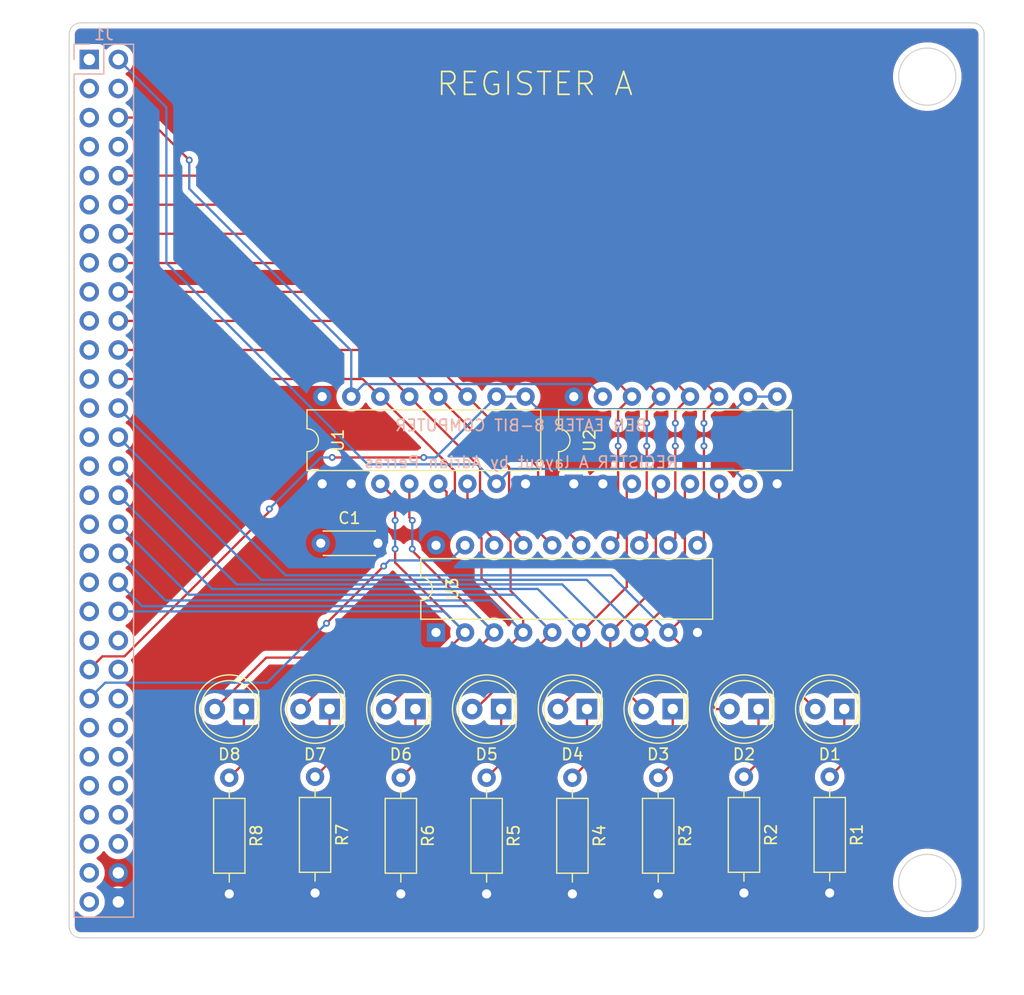
<source format=kicad_pcb>
(kicad_pcb (version 20240108) (generator "pcbnew") (generator_version "8.0")
  (layers (0 "F.Cu" signal) (31 "B.Cu" signal) (34 "B.Paste" user) (35 "F.Paste" user) (36 "B.SilkS" user "B.Silkscreen") (37 "F.SilkS" user "F.Silkscreen") (38 "B.Mask" user) (39 "F.Mask" user) (44 "Edge.Cuts" user))
  (net 0 "")
  (net 1 "GND")
  (net 2 "VCC")
  (net 3 "A_0")
  (net 4 "Net-(D1-K)")
  (net 5 "A_1")
  (net 6 "Net-(D2-K)")
  (net 7 "Net-(D3-K)")
  (net 8 "A_2")
  (net 9 "Net-(D4-K)")
  (net 10 "A_3")
  (net 11 "A_4")
  (net 12 "Net-(D5-K)")
  (net 13 "Net-(D6-K)")
  (net 14 "A_5")
  (net 15 "Net-(D7-K)")
  (net 16 "A_6")
  (net 17 "A_7")
  (net 18 "Net-(D8-K)")
  (net 20 "CLK")
  (net 23 "BUS_7")
  (net 25 "BUS_2")
  (net 29 "BUS_4")
  (net 36 "BUS_1")
  (net 41 "BUS_5")
  (net 43 "CLR")
  (net 44 "BUS_6")
  (net 48 "BUS_3")
  (net 50 "AO'")
  (net 58 "BUS_0")
  (net 59 "AI'")
  (footprint "Resistor_THT:R_Axial_DIN0207_L6.3mm_D2.5mm_P10.16mm_Horizontal" (layer "F.Cu") (at 128.5 132.5 -90)
    (property "Reference" "R3" (at 5.08 -2.37 90) (layer "F.SilkS"))
    (property "Value" "R_220")
    (fp_line (start 1.81 1.37) (end 8.35 1.37) (stroke (width 0.12)) (layer "F.SilkS"))
    (fp_line (start 8.35 1.37) (end 8.35 -1.37) (stroke (width 0.12)) (layer "F.SilkS"))
    (fp_line (start 1.04 0) (end 1.81 0) (stroke (width 0.12)) (layer "F.SilkS"))
    (fp_line (start 9.12 0) (end 8.35 0) (stroke (width 0.12)) (layer "F.SilkS"))
    (fp_line (start 1.81 -1.37) (end 1.81 1.37) (stroke (width 0.12)) (layer "F.SilkS"))
    (fp_line (start 8.35 -1.37) (end 1.81 -1.37) (stroke (width 0.12)) (layer "F.SilkS"))
    (pad "1" thru_hole circle (at 0 0 270) (size 1.6 1.6) (drill 0.8) (layers "*.Cu" "*.Mask") (net 7 "Net-(D3-K)"))
    (pad "2" thru_hole oval (at 10.16 0 270) (size 1.6 1.6) (drill 0.8) (layers "*.Cu" "*.Mask") (net 1 "GND"))
  )
  (footprint "8_Bit_CPU_Bus_Header:8_Bit_CPU_Bus_PinSocket_Bottom_Side" (layer "F.Cu") (at 80.03 69.7)
    (property "Reference" "J1" (at 0 -2.2 0) (layer "B.SilkS") (effects (justify mirror)))
    (property "Value" "Conn_02x30_8-Bit_CPU")
    (fp_line (start -2.6 -1.33) (end -1.27 -1.33) (stroke (width 0.12)) (layer "B.SilkS"))
    (fp_line (start -2.6 0) (end -2.6 -1.33) (stroke (width 0.12)) (layer "B.SilkS"))
    (fp_line (start -2.6 1.27) (end 0 1.27) (stroke (width 0.12)) (layer "B.SilkS"))
    (fp_line (start -2.6 74.99) (end -2.6 1.27) (stroke (width 0.12)) (layer "B.SilkS"))
    (fp_line (start -2.6 74.99) (end 2.6 74.99) (stroke (width 0.12)) (layer "B.SilkS"))
    (fp_line (start 0 -1.33) (end 2.6 -1.33) (stroke (width 0.12)) (layer "B.SilkS"))
    (fp_line (start 0 1.27) (end 0 -1.33) (stroke (width 0.12)) (layer "B.SilkS"))
    (fp_line (start 2.6 74.99) (end 2.6 -1.33) (stroke (width 0.12)) (layer "B.SilkS"))
    (fp_line (start -3.03 75.8) (end -3.03 -2.2) (stroke (width 0.1)) (layer "Edge.Cuts"))
    (fp_line (start -2.03 -3.2) (end 75.97 -3.2) (stroke (width 0.1)) (layer "Edge.Cuts"))
    (fp_line (start 75.97 76.8) (end -2.03 76.8) (stroke (width 0.1)) (layer "Edge.Cuts"))
    (fp_line (start 76.97 -2.2) (end 76.97 75.8) (stroke (width 0.1)) (layer "Edge.Cuts"))
    (fp_arc (start -3.03 -2.2) (mid -2.737107 -2.907107) (end -2.03 -3.2) (stroke (width 0.1)) (layer "Edge.Cuts"))
    (fp_arc (start -2.03 76.8) (mid -2.737107 76.507107) (end -3.03 75.8) (stroke (width 0.1)) (layer "Edge.Cuts"))
    (fp_arc (start 75.97 -3.2) (mid 76.677107 -2.907107) (end 76.97 -2.2) (stroke (width 0.1)) (layer "Edge.Cuts"))
    (fp_arc (start 76.97 75.8) (mid 76.677107 76.507107) (end 75.97 76.8) (stroke (width 0.1)) (layer "Edge.Cuts"))
    (fp_circle (center 72 1.5) (end 74.5 1.5) (stroke (width 0.1)) (fill none) (layer "Edge.Cuts"))
    (fp_circle (center 72 72) (end 74.5 72) (stroke (width 0.1)) (fill none) (layer "Edge.Cuts"))
    (pad "1" thru_hole rect (at -1.27 0) (size 1.7 1.7) (drill 1) (layers "*.Cu" "*.Mask"))
    (pad "2" thru_hole oval (at 1.27 0) (size 1.7 1.7) (drill 1) (layers "*.Cu" "*.Mask") (net 20 "CLK"))
    (pad "3" thru_hole oval (at -1.27 2.54) (size 1.7 1.7) (drill 1) (layers "*.Cu" "*.Mask"))
    (pad "4" thru_hole oval (at 1.27 2.54) (size 1.7 1.7) (drill 1) (layers "*.Cu" "*.Mask"))
    (pad "5" thru_hole oval (at -1.27 5.08) (size 1.7 1.7) (drill 1) (layers "*.Cu" "*.Mask"))
    (pad "6" thru_hole oval (at 1.27 5.08) (size 1.7 1.7) (drill 1) (layers "*.Cu" "*.Mask") (net 43 "CLR"))
    (pad "7" thru_hole oval (at -1.27 7.62) (size 1.7 1.7) (drill 1) (layers "*.Cu" "*.Mask"))
    (pad "8" thru_hole oval (at 1.27 7.62) (size 1.7 1.7) (drill 1) (layers "*.Cu" "*.Mask"))
    (pad "9" thru_hole oval (at -1.27 10.16) (size 1.7 1.7) (drill 1) (layers "*.Cu" "*.Mask"))
    (pad "10" thru_hole oval (at 1.27 10.16) (size 1.7 1.7) (drill 1) (layers "*.Cu" "*.Mask") (net 58 "BUS_0"))
    (pad "11" thru_hole oval (at -1.27 12.7) (size 1.7 1.7) (drill 1) (layers "*.Cu" "*.Mask"))
    (pad "12" thru_hole oval (at 1.27 12.7) (size 1.7 1.7) (drill 1) (layers "*.Cu" "*.Mask") (net 36 "BUS_1"))
    (pad "13" thru_hole oval (at -1.27 15.24) (size 1.7 1.7) (drill 1) (layers "*.Cu" "*.Mask"))
    (pad "14" thru_hole oval (at 1.27 15.24) (size 1.7 1.7) (drill 1) (layers "*.Cu" "*.Mask") (net 25 "BUS_2"))
    (pad "15" thru_hole oval (at -1.27 17.78) (size 1.7 1.7) (drill 1) (layers "*.Cu" "*.Mask"))
    (pad "16" thru_hole oval (at 1.27 17.78) (size 1.7 1.7) (drill 1) (layers "*.Cu" "*.Mask") (net 48 "BUS_3"))
    (pad "17" thru_hole oval (at -1.27 20.32) (size 1.7 1.7) (drill 1) (layers "*.Cu" "*.Mask"))
    (pad "18" thru_hole oval (at 1.27 20.32) (size 1.7 1.7) (drill 1) (layers "*.Cu" "*.Mask") (net 29 "BUS_4"))
    (pad "19" thru_hole oval (at -1.27 22.86) (size 1.7 1.7) (drill 1) (layers "*.Cu" "*.Mask"))
    (pad "20" thru_hole oval (at 1.27 22.86) (size 1.7 1.7) (drill 1) (layers "*.Cu" "*.Mask") (net 41 "BUS_5"))
    (pad "21" thru_hole oval (at -1.27 25.4) (size 1.7 1.7) (drill 1) (layers "*.Cu" "*.Mask"))
    (pad "22" thru_hole oval (at 1.27 25.4) (size 1.7 1.7) (drill 1) (layers "*.Cu" "*.Mask") (net 44 "BUS_6"))
    (pad "23" thru_hole oval (at -1.27 27.94) (size 1.7 1.7) (drill 1) (layers "*.Cu" "*.Mask"))
    (pad "24" thru_hole oval (at 1.27 27.94) (size 1.7 1.7) (drill 1) (layers "*.Cu" "*.Mask") (net 23 "BUS_7"))
    (pad "25" thru_hole oval (at -1.27 30.48) (size 1.7 1.7) (drill 1) (layers "*.Cu" "*.Mask"))
    (pad "26" thru_hole oval (at 1.27 30.48) (size 1.7 1.7) (drill 1) (layers "*.Cu" "*.Mask") (net 3 "A_0"))
    (pad "27" thru_hole oval (at -1.27 33.02) (size 1.7 1.7) (drill 1) (layers "*.Cu" "*.Mask"))
    (pad "28" thru_hole oval (at 1.27 33.02) (size 1.7 1.7) (drill 1) (layers "*.Cu" "*.Mask") (net 5 "A_1"))
    (pad "29" thru_hole oval (at -1.27 35.56) (size 1.7 1.7) (drill 1) (layers "*.Cu" "*.Mask"))
    (pad "30" thru_hole oval (at 1.27 35.56) (size 1.7 1.7) (drill 1) (layers "*.Cu" "*.Mask") (net 8 "A_2"))
    (pad "31" thru_hole oval (at -1.27 38.1) (size 1.7 1.7) (drill 1) (layers "*.Cu" "*.Mask"))
    (pad "32" thru_hole oval (at 1.27 38.1) (size 1.7 1.7) (drill 1) (layers "*.Cu" "*.Mask") (net 10 "A_3"))
    (pad "33" thru_hole oval (at -1.27 40.64) (size 1.7 1.7) (drill 1) (layers "*.Cu" "*.Mask"))
    (pad "34" thru_hole oval (at 1.27 40.64) (size 1.7 1.7) (drill 1) (layers "*.Cu" "*.Mask") (net 11 "A_4"))
    (pad "35" thru_hole oval (at -1.27 43.18) (size 1.7 1.7) (drill 1) (layers "*.Cu" "*.Mask"))
    (pad "36" thru_hole oval (at 1.27 43.18) (size 1.7 1.7) (drill 1) (layers "*.Cu" "*.Mask") (net 14 "A_5"))
    (pad "37" thru_hole oval (at -1.27 45.72) (size 1.7 1.7) (drill 1) (layers "*.Cu" "*.Mask"))
    (pad "38" thru_hole oval (at 1.27 45.72) (size 1.7 1.7) (drill 1) (layers "*.Cu" "*.Mask") (net 16 "A_6"))
    (pad "39" thru_hole oval (at -1.27 48.26) (size 1.7 1.7) (drill 1) (layers "*.Cu" "*.Mask"))
    (pad "40" thru_hole oval (at 1.27 48.26) (size 1.7 1.7) (drill 1) (layers "*.Cu" "*.Mask") (net 17 "A_7"))
    (pad "41" thru_hole oval (at -1.27 50.8) (size 1.7 1.7) (drill 1) (layers "*.Cu" "*.Mask"))
    (pad "42" thru_hole oval (at 1.27 50.8) (size 1.7 1.7) (drill 1) (layers "*.Cu" "*.Mask"))
    (pad "43" thru_hole oval (at -1.27 53.34) (size 1.7 1.7) (drill 1) (layers "*.Cu" "*.Mask") (net 59 "AI'"))
    (pad "44" thru_hole oval (at 1.27 53.34) (size 1.7 1.7) (drill 1) (layers "*.Cu" "*.Mask"))
    (pad "45" thru_hole oval (at -1.27 55.88) (size 1.7 1.7) (drill 1) (layers "*.Cu" "*.Mask") (net 50 "AO'"))
    (pad "46" thru_hole oval (at 1.27 55.88) (size 1.7 1.7) (drill 1) (layers "*.Cu" "*.Mask"))
    (pad "47" thru_hole oval (at -1.27 58.42) (size 1.7 1.7) (drill 1) (layers "*.Cu" "*.Mask"))
    (pad "48" thru_hole oval (at 1.27 58.42) (size 1.7 1.7) (drill 1) (layers "*.Cu" "*.Mask"))
    (pad "49" thru_hole oval (at -1.27 60.96) (size 1.7 1.7) (drill 1) (layers "*.Cu" "*.Mask"))
    (pad "50" thru_hole oval (at 1.27 60.96) (size 1.7 1.7) (drill 1) (layers "*.Cu" "*.Mask"))
    (pad "51" thru_hole oval (at -1.27 63.5) (size 1.7 1.7) (drill 1) (layers "*.Cu" "*.Mask"))
    (pad "52" thru_hole oval (at 1.27 63.5) (size 1.7 1.7) (drill 1) (layers "*.Cu" "*.Mask"))
    (pad "53" thru_hole oval (at -1.27 66.04) (size 1.7 1.7) (drill 1) (layers "*.Cu" "*.Mask"))
    (pad "54" thru_hole oval (at 1.27 66.04) (size 1.7 1.7) (drill 1) (layers "*.Cu" "*.Mask"))
    (pad "55" thru_hole oval (at -1.27 68.58) (size 1.7 1.7) (drill 1) (layers "*.Cu" "*.Mask"))
    (pad "56" thru_hole oval (at 1.27 68.58) (size 1.7 1.7) (drill 1) (layers "*.Cu" "*.Mask"))
    (pad "57" thru_hole oval (at -1.27 71.12) (size 1.7 1.7) (drill 1) (layers "*.Cu" "*.Mask"))
    (pad "58" thru_hole oval (at 1.27 71.12) (size 1.7 1.7) (drill 1) (layers "*.Cu" "*.Mask") (net 2 "VCC"))
    (pad "59" thru_hole oval (at -1.27 73.66) (size 1.7 1.7) (drill 1) (layers "*.Cu" "*.Mask"))
    (pad "60" thru_hole oval (at 1.27 73.66) (size 1.7 1.7) (drill 1) (layers "*.Cu" "*.Mask") (net 1 "GND"))
  )
  (footprint "LED_THT:LED_D5.0mm" (layer "F.Cu") (at 144.775 126.5 180)
    (property "Reference" "D1" (at 1.27 -3.96 360) (layer "F.SilkS"))
    (property "Value" "LED_RED")
    (fp_line (start -1.29 -1.545) (end -1.29 1.545) (stroke (width 0.12)) (layer "F.SilkS"))
    (fp_arc (start 4.26 -0.000462) (mid 2.072002 2.880433) (end -1.29 1.54483) (stroke (width 0.12)) (layer "F.SilkS"))
    (fp_arc (start -1.29 -1.54483) (mid 2.072002 -2.880433) (end 4.26 0.000462) (stroke (width 0.12)) (layer "F.SilkS"))
    (fp_circle (center 1.27 0) (end 3.77 0) (stroke (width 0.12)) (fill none) (layer "F.SilkS"))
    (pad "1" thru_hole rect (at 0 0 180) (size 1.8 1.8) (drill 0.9) (layers "*.Cu" "*.Mask") (net 4 "Net-(D1-K)"))
    (pad "2" thru_hole circle (at 2.54 0 180) (size 1.8 1.8) (drill 0.9) (layers "*.Cu" "*.Mask") (net 3 "A_0"))
  )
  (footprint "Capacitor_THT:C_Disc_D4.3mm_W1.9mm_P5.00mm" (layer "F.Cu") (at 99 112)
    (property "Reference" "C1" (at 2.5 -2.2 360) (layer "F.SilkS"))
    (property "Value" "C_0.1uF")
    (fp_line (start 0.23 -1.07) (end 0.23 -1.055) (stroke (width 0.12)) (layer "F.SilkS"))
    (fp_line (start 0.23 -1.07) (end 4.77 -1.07) (stroke (width 0.12)) (layer "F.SilkS"))
    (fp_line (start 0.23 1.055) (end 0.23 1.07) (stroke (width 0.12)) (layer "F.SilkS"))
    (fp_line (start 0.23 1.07) (end 4.77 1.07) (stroke (width 0.12)) (layer "F.SilkS"))
    (fp_line (start 4.77 -1.07) (end 4.77 -1.055) (stroke (width 0.12)) (layer "F.SilkS"))
    (fp_line (start 4.77 1.055) (end 4.77 1.07) (stroke (width 0.12)) (layer "F.SilkS"))
    (pad "1" thru_hole circle (at 0 0) (size 1.6 1.6) (drill 0.8) (layers "*.Cu" "*.Mask") (net 2 "VCC"))
    (pad "2" thru_hole circle (at 5 0) (size 1.6 1.6) (drill 0.8) (layers "*.Cu" "*.Mask") (net 1 "GND"))
  )
  (footprint "Package_DIP:DIP-16_W7.62mm" (layer "F.Cu") (at 121.125 106.8 90)
    (property "Reference" "U2" (at 3.8 1.375 90) (layer "F.SilkS"))
    (property "Value" "74LS173")
    (fp_line (start 6.46 -1.33) (end 4.81 -1.33) (stroke (width 0.12)) (layer "F.SilkS"))
    (fp_line (start 2.81 -1.33) (end 1.16 -1.33) (stroke (width 0.12)) (layer "F.SilkS"))
    (fp_line (start 1.16 -1.33) (end 1.16 19.11) (stroke (width 0.12)) (layer "F.SilkS"))
    (fp_line (start 6.46 19.11) (end 6.46 -1.33) (stroke (width 0.12)) (layer "F.SilkS"))
    (fp_line (start 1.16 19.11) (end 6.46 19.11) (stroke (width 0.12)) (layer "F.SilkS"))
    (fp_arc (start 4.81 -1.33) (mid 3.81 -0.33) (end 2.81 -1.33) (stroke (width 0.12)) (layer "F.SilkS"))
    (pad "1" thru_hole rect (at 0 0 90) (size 1.6 1.6) (drill 0.8) (layers "*.Cu" "*.Mask") (net 1 "GND"))
    (pad "2" thru_hole oval (at 0 2.54 90) (size 1.6 1.6) (drill 0.8) (layers "*.Cu" "*.Mask") (net 1 "GND"))
    (pad "3" thru_hole oval (at 0 5.08 90) (size 1.6 1.6) (drill 0.8) (layers "*.Cu" "*.Mask") (net 10 "A_3"))
    (pad "4" thru_hole oval (at 0 7.62 90) (size 1.6 1.6) (drill 0.8) (layers "*.Cu" "*.Mask") (net 8 "A_2"))
    (pad "5" thru_hole oval (at 0 10.16 90) (size 1.6 1.6) (drill 0.8) (layers "*.Cu" "*.Mask") (net 5 "A_1"))
    (pad "6" thru_hole oval (at 0 12.7 90) (size 1.6 1.6) (drill 0.8) (layers "*.Cu" "*.Mask") (net 3 "A_0"))
    (pad "7" thru_hole oval (at 0 15.24 90) (size 1.6 1.6) (drill 0.8) (layers "*.Cu" "*.Mask") (net 20 "CLK"))
    (pad "8" thru_hole oval (at 0 17.78 90) (size 1.6 1.6) (drill 0.8) (layers "*.Cu" "*.Mask") (net 1 "GND"))
    (pad "9" thru_hole oval (at 7.62 17.78 90) (size 1.6 1.6) (drill 0.8) (layers "*.Cu" "*.Mask") (net 59 "AI'"))
    (pad "10" thru_hole oval (at 7.62 15.24 90) (size 1.6 1.6) (drill 0.8) (layers "*.Cu" "*.Mask") (net 59 "AI'"))
    (pad "11" thru_hole oval (at 7.62 12.7 90) (size 1.6 1.6) (drill 0.8) (layers "*.Cu" "*.Mask") (net 58 "BUS_0"))
    (pad "12" thru_hole oval (at 7.62 10.16 90) (size 1.6 1.6) (drill 0.8) (layers "*.Cu" "*.Mask") (net 36 "BUS_1"))
    (pad "13" thru_hole oval (at 7.62 7.62 90) (size 1.6 1.6) (drill 0.8) (layers "*.Cu" "*.Mask") (net 25 "BUS_2"))
    (pad "14" thru_hole oval (at 7.62 5.08 90) (size 1.6 1.6) (drill 0.8) (layers "*.Cu" "*.Mask") (net 48 "BUS_3"))
    (pad "15" thru_hole oval (at 7.62 2.54 90) (size 1.6 1.6) (drill 0.8) (layers "*.Cu" "*.Mask") (net 43 "CLR"))
    (pad "16" thru_hole oval (at 7.62 0 90) (size 1.6 1.6) (drill 0.8) (layers "*.Cu" "*.Mask") (net 2 "VCC"))
  )
  (footprint "LED_THT:LED_D5.0mm" (layer "F.Cu") (at 129.775 126.5 180)
    (property "Reference" "D3" (at 1.27 -3.96 360) (layer "F.SilkS"))
    (property "Value" "LED_RED")
    (fp_line (start -1.29 -1.545) (end -1.29 1.545) (stroke (width 0.12)) (layer "F.SilkS"))
    (fp_arc (start 4.26 -0.000462) (mid 2.072002 2.880433) (end -1.29 1.54483) (stroke (width 0.12)) (layer "F.SilkS"))
    (fp_arc (start -1.29 -1.54483) (mid 2.072002 -2.880433) (end 4.26 0.000462) (stroke (width 0.12)) (layer "F.SilkS"))
    (fp_circle (center 1.27 0) (end 3.77 0) (stroke (width 0.12)) (fill none) (layer "F.SilkS"))
    (pad "1" thru_hole rect (at 0 0 180) (size 1.8 1.8) (drill 0.9) (layers "*.Cu" "*.Mask") (net 7 "Net-(D3-K)"))
    (pad "2" thru_hole circle (at 2.54 0 180) (size 1.8 1.8) (drill 0.9) (layers "*.Cu" "*.Mask") (net 8 "A_2"))
  )
  (footprint "LED_THT:LED_D5.0mm" (layer "F.Cu") (at 114.775 126.5 180)
    (property "Reference" "D5" (at 1.27 -3.96 360) (layer "F.SilkS"))
    (property "Value" "LED_RED")
    (fp_line (start -1.29 -1.545) (end -1.29 1.545) (stroke (width 0.12)) (layer "F.SilkS"))
    (fp_arc (start 4.26 -0.000462) (mid 2.072002 2.880433) (end -1.29 1.54483) (stroke (width 0.12)) (layer "F.SilkS"))
    (fp_arc (start -1.29 -1.54483) (mid 2.072002 -2.880433) (end 4.26 0.000462) (stroke (width 0.12)) (layer "F.SilkS"))
    (fp_circle (center 1.27 0) (end 3.77 0) (stroke (width 0.12)) (fill none) (layer "F.SilkS"))
    (pad "1" thru_hole rect (at 0 0 180) (size 1.8 1.8) (drill 0.9) (layers "*.Cu" "*.Mask") (net 12 "Net-(D5-K)"))
    (pad "2" thru_hole circle (at 2.54 0 180) (size 1.8 1.8) (drill 0.9) (layers "*.Cu" "*.Mask") (net 11 "A_4"))
  )
  (footprint "Package_DIP:DIP-16_W7.62mm" (layer "F.Cu") (at 99.125 106.8 90)
    (property "Reference" "U1" (at 3.81 1.375 90) (layer "F.SilkS"))
    (property "Value" "74LS173")
    (fp_line (start 6.46 -1.33) (end 4.81 -1.33) (stroke (width 0.12)) (layer "F.SilkS"))
    (fp_line (start 2.81 -1.33) (end 1.16 -1.33) (stroke (width 0.12)) (layer "F.SilkS"))
    (fp_line (start 1.16 -1.33) (end 1.16 19.11) (stroke (width 0.12)) (layer "F.SilkS"))
    (fp_line (start 6.46 19.11) (end 6.46 -1.33) (stroke (width 0.12)) (layer "F.SilkS"))
    (fp_line (start 1.16 19.11) (end 6.46 19.11) (stroke (width 0.12)) (layer "F.SilkS"))
    (fp_arc (start 4.81 -1.33) (mid 3.81 -0.33) (end 2.81 -1.33) (stroke (width 0.12)) (layer "F.SilkS"))
    (pad "1" thru_hole rect (at 0 0 90) (size 1.6 1.6) (drill 0.8) (layers "*.Cu" "*.Mask") (net 1 "GND"))
    (pad "2" thru_hole oval (at 0 2.54 90) (size 1.6 1.6) (drill 0.8) (layers "*.Cu" "*.Mask") (net 1 "GND"))
    (pad "3" thru_hole oval (at 0 5.08 90) (size 1.6 1.6) (drill 0.8) (layers "*.Cu" "*.Mask") (net 17 "A_7"))
    (pad "4" thru_hole oval (at 0 7.62 90) (size 1.6 1.6) (drill 0.8) (layers "*.Cu" "*.Mask") (net 16 "A_6"))
    (pad "5" thru_hole oval (at 0 10.16 90) (size 1.6 1.6) (drill 0.8) (layers "*.Cu" "*.Mask") (net 14 "A_5"))
    (pad "6" thru_hole oval (at 0 12.7 90) (size 1.6 1.6) (drill 0.8) (layers "*.Cu" "*.Mask") (net 11 "A_4"))
    (pad "7" thru_hole oval (at 0 15.24 90) (size 1.6 1.6) (drill 0.8) (layers "*.Cu" "*.Mask") (net 20 "CLK"))
    (pad "8" thru_hole oval (at 0 17.78 90) (size 1.6 1.6) (drill 0.8) (layers "*.Cu" "*.Mask") (net 1 "GND"))
    (pad "9" thru_hole oval (at 7.62 17.78 90) (size 1.6 1.6) (drill 0.8) (layers "*.Cu" "*.Mask") (net 59 "AI'"))
    (pad "10" thru_hole oval (at 7.62 15.24 90) (size 1.6 1.6) (drill 0.8) (layers "*.Cu" "*.Mask") (net 59 "AI'"))
    (pad "11" thru_hole oval (at 7.62 12.7 90) (size 1.6 1.6) (drill 0.8) (layers "*.Cu" "*.Mask") (net 29 "BUS_4"))
    (pad "12" thru_hole oval (at 7.62 10.16 90) (size 1.6 1.6) (drill 0.8) (layers "*.Cu" "*.Mask") (net 41 "BUS_5"))
    (pad "13" thru_hole oval (at 7.62 7.62 90) (size 1.6 1.6) (drill 0.8) (layers "*.Cu" "*.Mask") (net 44 "BUS_6"))
    (pad "14" thru_hole oval (at 7.62 5.08 90) (size 1.6 1.6) (drill 0.8) (layers "*.Cu" "*.Mask") (net 23 "BUS_7"))
    (pad "15" thru_hole oval (at 7.62 2.54 90) (size 1.6 1.6) (drill 0.8) (layers "*.Cu" "*.Mask") (net 43 "CLR"))
    (pad "16" thru_hole oval (at 7.62 0 90) (size 1.6 1.6) (drill 0.8) (layers "*.Cu" "*.Mask") (net 2 "VCC"))
  )
  (footprint "LED_THT:LED_D5.0mm" (layer "F.Cu") (at 107.275 126.5 180)
    (property "Reference" "D6" (at 1.27 -3.96 360) (layer "F.SilkS"))
    (property "Value" "LED_RED")
    (fp_line (start -1.29 -1.545) (end -1.29 1.545) (stroke (width 0.12)) (layer "F.SilkS"))
    (fp_arc (start 4.26 -0.000462) (mid 2.072002 2.880433) (end -1.29 1.54483) (stroke (width 0.12)) (layer "F.SilkS"))
    (fp_arc (start -1.29 -1.54483) (mid 2.072002 -2.880433) (end 4.26 0.000462) (stroke (width 0.12)) (layer "F.SilkS"))
    (fp_circle (center 1.27 0) (end 3.77 0) (stroke (width 0.12)) (fill none) (layer "F.SilkS"))
    (pad "1" thru_hole rect (at 0 0 180) (size 1.8 1.8) (drill 0.9) (layers "*.Cu" "*.Mask") (net 13 "Net-(D6-K)"))
    (pad "2" thru_hole circle (at 2.54 0 180) (size 1.8 1.8) (drill 0.9) (layers "*.Cu" "*.Mask") (net 14 "A_5"))
  )
  (footprint "Package_DIP:DIP-20_W7.62mm" (layer "F.Cu") (at 109.075 119.8 90)
    (property "Reference" "U3" (at 3.8 1.425 90) (layer "F.SilkS"))
    (property "Value" "74LS245")
    (fp_line (start 6.46 -1.33) (end 4.81 -1.33) (stroke (width 0.12)) (layer "F.SilkS"))
    (fp_line (start 2.81 -1.33) (end 1.16 -1.33) (stroke (width 0.12)) (layer "F.SilkS"))
    (fp_line (start 1.16 -1.33) (end 1.16 24.19) (stroke (width 0.12)) (layer "F.SilkS"))
    (fp_line (start 6.46 24.19) (end 6.46 -1.33) (stroke (width 0.12)) (layer "F.SilkS"))
    (fp_line (start 1.16 24.19) (end 6.46 24.19) (stroke (width 0.12)) (layer "F.SilkS"))
    (fp_arc (start 4.81 -1.33) (mid 3.81 -0.33) (end 2.81 -1.33) (stroke (width 0.12)) (layer "F.SilkS"))
    (pad "1" thru_hole rect (at 0 0 90) (size 1.6 1.6) (drill 0.8) (layers "*.Cu" "*.Mask") (net 2 "VCC"))
    (pad "2" thru_hole oval (at 0 2.54 90) (size 1.6 1.6) (drill 0.8) (layers "*.Cu" "*.Mask") (net 17 "A_7"))
    (pad "3" thru_hole oval (at 0 5.08 90) (size 1.6 1.6) (drill 0.8) (layers "*.Cu" "*.Mask") (net 16 "A_6"))
    (pad "4" thru_hole oval (at 0 7.62 90) (size 1.6 1.6) (drill 0.8) (layers "*.Cu" "*.Mask") (net 14 "A_5"))
    (pad "5" thru_hole oval (at 0 10.16 90) (size 1.6 1.6) (drill 0.8) (layers "*.Cu" "*.Mask") (net 11 "A_4"))
    (pad "6" thru_hole oval (at 0 12.7 90) (size 1.6 1.6) (drill 0.8) (layers "*.Cu" "*.Mask") (net 10 "A_3"))
    (pad "7" thru_hole oval (at 0 15.24 90) (size 1.6 1.6) (drill 0.8) (layers "*.Cu" "*.Mask") (net 8 "A_2"))
    (pad "8" thru_hole oval (at 0 17.78 90) (size 1.6 1.6) (drill 0.8) (layers "*.Cu" "*.Mask") (net 5 "A_1"))
    (pad "9" thru_hole oval (at 0 20.32 90) (size 1.6 1.6) (drill 0.8) (layers "*.Cu" "*.Mask") (net 3 "A_0"))
    (pad "10" thru_hole oval (at 0 22.86 90) (size 1.6 1.6) (drill 0.8) (layers "*.Cu" "*.Mask") (net 1 "GND"))
    (pad "11" thru_hole oval (at 7.62 22.86 90) (size 1.6 1.6) (drill 0.8) (layers "*.Cu" "*.Mask") (net 58 "BUS_0"))
    (pad "12" thru_hole oval (at 7.62 20.32 90) (size 1.6 1.6) (drill 0.8) (layers "*.Cu" "*.Mask") (net 36 "BUS_1"))
    (pad "13" thru_hole oval (at 7.62 17.78 90) (size 1.6 1.6) (drill 0.8) (layers "*.Cu" "*.Mask") (net 25 "BUS_2"))
    (pad "14" thru_hole oval (at 7.62 15.24 90) (size 1.6 1.6) (drill 0.8) (layers "*.Cu" "*.Mask") (net 48 "BUS_3"))
    (pad "15" thru_hole oval (at 7.62 12.7 90) (size 1.6 1.6) (drill 0.8) (layers "*.Cu" "*.Mask") (net 29 "BUS_4"))
    (pad "16" thru_hole oval (at 7.62 10.16 90) (size 1.6 1.6) (drill 0.8) (layers "*.Cu" "*.Mask") (net 41 "BUS_5"))
    (pad "17" thru_hole oval (at 7.62 7.62 90) (size 1.6 1.6) (drill 0.8) (layers "*.Cu" "*.Mask") (net 44 "BUS_6"))
    (pad "18" thru_hole oval (at 7.62 5.08 90) (size 1.6 1.6) (drill 0.8) (layers "*.Cu" "*.Mask") (net 23 "BUS_7"))
    (pad "19" thru_hole oval (at 7.62 2.54 90) (size 1.6 1.6) (drill 0.8) (layers "*.Cu" "*.Mask") (net 50 "AO'"))
    (pad "20" thru_hole oval (at 7.62 0 90) (size 1.6 1.6) (drill 0.8) (layers "*.Cu" "*.Mask") (net 2 "VCC"))
  )
  (footprint "LED_THT:LED_D5.0mm" (layer "F.Cu") (at 137.275 126.5 180)
    (property "Reference" "D2" (at 1.27 -3.96 360) (layer "F.SilkS"))
    (property "Value" "LED_RED")
    (fp_line (start -1.29 -1.545) (end -1.29 1.545) (stroke (width 0.12)) (layer "F.SilkS"))
    (fp_arc (start 4.26 -0.000462) (mid 2.072002 2.880433) (end -1.29 1.54483) (stroke (width 0.12)) (layer "F.SilkS"))
    (fp_arc (start -1.29 -1.54483) (mid 2.072002 -2.880433) (end 4.26 0.000462) (stroke (width 0.12)) (layer "F.SilkS"))
    (fp_circle (center 1.27 0) (end 3.77 0) (stroke (width 0.12)) (fill none) (layer "F.SilkS"))
    (pad "1" thru_hole rect (at 0 0 180) (size 1.8 1.8) (drill 0.9) (layers "*.Cu" "*.Mask") (net 6 "Net-(D2-K)"))
    (pad "2" thru_hole circle (at 2.54 0 180) (size 1.8 1.8) (drill 0.9) (layers "*.Cu" "*.Mask") (net 5 "A_1"))
  )
  (footprint "LED_THT:LED_D5.0mm" (layer "F.Cu") (at 92.275 126.5 180)
    (property "Reference" "D8" (at 1.27 -3.96 360) (layer "F.SilkS"))
    (property "Value" "LED_RED")
    (fp_line (start -1.29 -1.545) (end -1.29 1.545) (stroke (width 0.12)) (layer "F.SilkS"))
    (fp_arc (start 4.26 -0.000462) (mid 2.072002 2.880433) (end -1.29 1.54483) (stroke (width 0.12)) (layer "F.SilkS"))
    (fp_arc (start -1.29 -1.54483) (mid 2.072002 -2.880433) (end 4.26 0.000462) (stroke (width 0.12)) (layer "F.SilkS"))
    (fp_circle (center 1.27 0) (end 3.77 0) (stroke (width 0.12)) (fill none) (layer "F.SilkS"))
    (pad "1" thru_hole rect (at 0 0 180) (size 1.8 1.8) (drill 0.9) (layers "*.Cu" "*.Mask") (net 18 "Net-(D8-K)"))
    (pad "2" thru_hole circle (at 2.54 0 180) (size 1.8 1.8) (drill 0.9) (layers "*.Cu" "*.Mask") (net 17 "A_7"))
  )
  (footprint "Resistor_THT:R_Axial_DIN0207_L6.3mm_D2.5mm_P10.16mm_Horizontal" (layer "F.Cu") (at 91 132.5 -90)
    (property "Reference" "R8" (at 5.08 -2.37 90) (layer "F.SilkS"))
    (property "Value" "R_220")
    (fp_line (start 1.81 1.37) (end 8.35 1.37) (stroke (width 0.12)) (layer "F.SilkS"))
    (fp_line (start 8.35 1.37) (end 8.35 -1.37) (stroke (width 0.12)) (layer "F.SilkS"))
    (fp_line (start 1.04 0) (end 1.81 0) (stroke (width 0.12)) (layer "F.SilkS"))
    (fp_line (start 9.12 0) (end 8.35 0) (stroke (width 0.12)) (layer "F.SilkS"))
    (fp_line (start 1.81 -1.37) (end 1.81 1.37) (stroke (width 0.12)) (layer "F.SilkS"))
    (fp_line (start 8.35 -1.37) (end 1.81 -1.37) (stroke (width 0.12)) (layer "F.SilkS"))
    (pad "1" thru_hole circle (at 0 0 270) (size 1.6 1.6) (drill 0.8) (layers "*.Cu" "*.Mask") (net 18 "Net-(D8-K)"))
    (pad "2" thru_hole oval (at 10.16 0 270) (size 1.6 1.6) (drill 0.8) (layers "*.Cu" "*.Mask") (net 1 "GND"))
  )
  (footprint "Resistor_THT:R_Axial_DIN0207_L6.3mm_D2.5mm_P10.16mm_Horizontal" (layer "F.Cu") (at 106 132.5 -90)
    (property "Reference" "R6" (at 5.08 -2.37 90) (layer "F.SilkS"))
    (property "Value" "R_220")
    (fp_line (start 1.81 1.37) (end 8.35 1.37) (stroke (width 0.12)) (layer "F.SilkS"))
    (fp_line (start 8.35 1.37) (end 8.35 -1.37) (stroke (width 0.12)) (layer "F.SilkS"))
    (fp_line (start 1.04 0) (end 1.81 0) (stroke (width 0.12)) (layer "F.SilkS"))
    (fp_line (start 9.12 0) (end 8.35 0) (stroke (width 0.12)) (layer "F.SilkS"))
    (fp_line (start 1.81 -1.37) (end 1.81 1.37) (stroke (width 0.12)) (layer "F.SilkS"))
    (fp_line (start 8.35 -1.37) (end 1.81 -1.37) (stroke (width 0.12)) (layer "F.SilkS"))
    (pad "1" thru_hole circle (at 0 0 270) (size 1.6 1.6) (drill 0.8) (layers "*.Cu" "*.Mask") (net 13 "Net-(D6-K)"))
    (pad "2" thru_hole oval (at 10.16 0 270) (size 1.6 1.6) (drill 0.8) (layers "*.Cu" "*.Mask") (net 1 "GND"))
  )
  (footprint "Resistor_THT:R_Axial_DIN0207_L6.3mm_D2.5mm_P10.16mm_Horizontal" (layer "F.Cu") (at 121 132.5 -90)
    (property "Reference" "R4" (at 5.08 -2.37 90) (layer "F.SilkS"))
    (property "Value" "R_220")
    (fp_line (start 1.81 1.37) (end 8.35 1.37) (stroke (width 0.12)) (layer "F.SilkS"))
    (fp_line (start 8.35 1.37) (end 8.35 -1.37) (stroke (width 0.12)) (layer "F.SilkS"))
    (fp_line (start 1.04 0) (end 1.81 0) (stroke (width 0.12)) (layer "F.SilkS"))
    (fp_line (start 9.12 0) (end 8.35 0) (stroke (width 0.12)) (layer "F.SilkS"))
    (fp_line (start 1.81 -1.37) (end 1.81 1.37) (stroke (width 0.12)) (layer "F.SilkS"))
    (fp_line (start 8.35 -1.37) (end 1.81 -1.37) (stroke (width 0.12)) (layer "F.SilkS"))
    (pad "1" thru_hole circle (at 0 0 270) (size 1.6 1.6) (drill 0.8) (layers "*.Cu" "*.Mask") (net 9 "Net-(D4-K)"))
    (pad "2" thru_hole oval (at 10.16 0 270) (size 1.6 1.6) (drill 0.8) (layers "*.Cu" "*.Mask") (net 1 "GND"))
  )
  (footprint "Resistor_THT:R_Axial_DIN0207_L6.3mm_D2.5mm_P10.16mm_Horizontal" (layer "F.Cu") (at 113.5 132.5 -90)
    (property "Reference" "R5" (at 5.08 -2.37 90) (layer "F.SilkS"))
    (property "Value" "R_220")
    (fp_line (start 1.81 1.37) (end 8.35 1.37) (stroke (width 0.12)) (layer "F.SilkS"))
    (fp_line (start 8.35 1.37) (end 8.35 -1.37) (stroke (width 0.12)) (layer "F.SilkS"))
    (fp_line (start 1.04 0) (end 1.81 0) (stroke (width 0.12)) (layer "F.SilkS"))
    (fp_line (start 9.12 0) (end 8.35 0) (stroke (width 0.12)) (layer "F.SilkS"))
    (fp_line (start 1.81 -1.37) (end 1.81 1.37) (stroke (width 0.12)) (layer "F.SilkS"))
    (fp_line (start 8.35 -1.37) (end 1.81 -1.37) (stroke (width 0.12)) (layer "F.SilkS"))
    (pad "1" thru_hole circle (at 0 0 270) (size 1.6 1.6) (drill 0.8) (layers "*.Cu" "*.Mask") (net 12 "Net-(D5-K)"))
    (pad "2" thru_hole oval (at 10.16 0 270) (size 1.6 1.6) (drill 0.8) (layers "*.Cu" "*.Mask") (net 1 "GND"))
  )
  (footprint "Resistor_THT:R_Axial_DIN0207_L6.3mm_D2.5mm_P10.16mm_Horizontal" (layer "F.Cu") (at 136 132.42 -90)
    (property "Reference" "R2" (at 5.08 -2.37 90) (layer "F.SilkS"))
    (property "Value" "R_220")
    (fp_line (start 1.81 1.37) (end 8.35 1.37) (stroke (width 0.12)) (layer "F.SilkS"))
    (fp_line (start 8.35 1.37) (end 8.35 -1.37) (stroke (width 0.12)) (layer "F.SilkS"))
    (fp_line (start 1.04 0) (end 1.81 0) (stroke (width 0.12)) (layer "F.SilkS"))
    (fp_line (start 9.12 0) (end 8.35 0) (stroke (width 0.12)) (layer "F.SilkS"))
    (fp_line (start 1.81 -1.37) (end 1.81 1.37) (stroke (width 0.12)) (layer "F.SilkS"))
    (fp_line (start 8.35 -1.37) (end 1.81 -1.37) (stroke (width 0.12)) (layer "F.SilkS"))
    (pad "1" thru_hole circle (at 0 0 270) (size 1.6 1.6) (drill 0.8) (layers "*.Cu" "*.Mask") (net 6 "Net-(D2-K)"))
    (pad "2" thru_hole oval (at 10.16 0 270) (size 1.6 1.6) (drill 0.8) (layers "*.Cu" "*.Mask") (net 1 "GND"))
  )
  (footprint "LED_THT:LED_D5.0mm" (layer "F.Cu") (at 99.775 126.5 180)
    (property "Reference" "D7" (at 1.27 -3.96 360) (layer "F.SilkS"))
    (property "Value" "LED_RED")
    (fp_line (start -1.29 -1.545) (end -1.29 1.545) (stroke (width 0.12)) (layer "F.SilkS"))
    (fp_arc (start 4.26 -0.000462) (mid 2.072002 2.880433) (end -1.29 1.54483) (stroke (width 0.12)) (layer "F.SilkS"))
    (fp_arc (start -1.29 -1.54483) (mid 2.072002 -2.880433) (end 4.26 0.000462) (stroke (width 0.12)) (layer "F.SilkS"))
    (fp_circle (center 1.27 0) (end 3.77 0) (stroke (width 0.12)) (fill none) (layer "F.SilkS"))
    (pad "1" thru_hole rect (at 0 0 180) (size 1.8 1.8) (drill 0.9) (layers "*.Cu" "*.Mask") (net 15 "Net-(D7-K)"))
    (pad "2" thru_hole circle (at 2.54 0 180) (size 1.8 1.8) (drill 0.9) (layers "*.Cu" "*.Mask") (net 16 "A_6"))
  )
  (footprint "LED_THT:LED_D5.0mm" (layer "F.Cu") (at 122.275 126.5 180)
    (property "Reference" "D4" (at 1.27 -3.96 360) (layer "F.SilkS"))
    (property "Value" "LED_RED")
    (fp_line (start -1.29 -1.545) (end -1.29 1.545) (stroke (width 0.12)) (layer "F.SilkS"))
    (fp_arc (start 4.26 -0.000462) (mid 2.072002 2.880433) (end -1.29 1.54483) (stroke (width 0.12)) (layer "F.SilkS"))
    (fp_arc (start -1.29 -1.54483) (mid 2.072002 -2.880433) (end 4.26 0.000462) (stroke (width 0.12)) (layer "F.SilkS"))
    (fp_circle (center 1.27 0) (end 3.77 0) (stroke (width 0.12)) (fill none) (layer "F.SilkS"))
    (pad "1" thru_hole rect (at 0 0 180) (size 1.8 1.8) (drill 0.9) (layers "*.Cu" "*.Mask") (net 9 "Net-(D4-K)"))
    (pad "2" thru_hole circle (at 2.54 0 180) (size 1.8 1.8) (drill 0.9) (layers "*.Cu" "*.Mask") (net 10 "A_3"))
  )
  (footprint "Resistor_THT:R_Axial_DIN0207_L6.3mm_D2.5mm_P10.16mm_Horizontal" (layer "F.Cu") (at 98.5 132.42 -90)
    (property "Reference" "R7" (at 5.08 -2.37 90) (layer "F.SilkS"))
    (property "Value" "R_220")
    (fp_line (start 1.81 1.37) (end 8.35 1.37) (stroke (width 0.12)) (layer "F.SilkS"))
    (fp_line (start 8.35 1.37) (end 8.35 -1.37) (stroke (width 0.12)) (layer "F.SilkS"))
    (fp_line (start 1.04 0) (end 1.81 0) (stroke (width 0.12)) (layer "F.SilkS"))
    (fp_line (start 9.12 0) (end 8.35 0) (stroke (width 0.12)) (layer "F.SilkS"))
    (fp_line (start 1.81 -1.37) (end 1.81 1.37) (stroke (width 0.12)) (layer "F.SilkS"))
    (fp_line (start 8.35 -1.37) (end 1.81 -1.37) (stroke (width 0.12)) (layer "F.SilkS"))
    (pad "1" thru_hole circle (at 0 0 270) (size 1.6 1.6) (drill 0.8) (layers "*.Cu" "*.Mask") (net 15 "Net-(D7-K)"))
    (pad "2" thru_hole oval (at 10.16 0 270) (size 1.6 1.6) (drill 0.8) (layers "*.Cu" "*.Mask") (net 1 "GND"))
  )
  (footprint "Resistor_THT:R_Axial_DIN0207_L6.3mm_D2.5mm_P10.16mm_Horizontal" (layer "F.Cu") (at 143.5 132.42 -90)
    (property "Reference" "R1" (at 5.08 -2.37 90) (layer "F.SilkS"))
    (property "Value" "R_220")
    (fp_line (start 1.81 1.37) (end 8.35 1.37) (stroke (width 0.12)) (layer "F.SilkS"))
    (fp_line (start 8.35 1.37) (end 8.35 -1.37) (stroke (width 0.12)) (layer "F.SilkS"))
    (fp_line (start 1.04 0) (end 1.81 0) (stroke (width 0.12)) (layer "F.SilkS"))
    (fp_line (start 9.12 0) (end 8.35 0) (stroke (width 0.12)) (layer "F.SilkS"))
    (fp_line (start 1.81 -1.37) (end 1.81 1.37) (stroke (width 0.12)) (layer "F.SilkS"))
    (fp_line (start 8.35 -1.37) (end 1.81 -1.37) (stroke (width 0.12)) (layer "F.SilkS"))
    (pad "1" thru_hole circle (at 0 0 270) (size 1.6 1.6) (drill 0.8) (layers "*.Cu" "*.Mask") (net 4 "Net-(D1-K)"))
    (pad "2" thru_hole oval (at 10.16 0 270) (size 1.6 1.6) (drill 0.8) (layers "*.Cu" "*.Mask") (net 1 "GND"))
  )
  (gr_text "BEN EATER 8-BIT COMPUTER\n\nREGISTER A layout by Adrian Perras" (at 116.5 105.5 0) (layer "B.SilkS") (effects (font (size 1 1)) (justify bottom mirror)))
  (gr_text "REGISTER A" (at 109 73 0) (layer "F.SilkS") (effects (font (size 2 2)) (justify left bottom)))
  (segment (start 137.735 122) (end 142.235 126.5) (width 0.2) (layer "F.Cu") (net 3))
  (segment (start 133.825 115.37) (end 129.395 119.8) (width 0.2) (layer "F.Cu") (net 3))
  (segment (start 129.395 119.8) (end 131.595 122) (width 0.2) (layer "F.Cu") (net 3))
  (segment (start 133.825 106.8) (end 133.825 115.37) (width 0.2) (layer "F.Cu") (net 3))
  (segment (start 131.595 122) (end 137.735 122) (width 0.2) (layer "F.Cu") (net 3))
  (segment (start 95.92 114.8) (end 81.3 100.18) (width 0.2) (layer "B.Cu") (net 3))
  (segment (start 129.395 119.8) (end 124.395 114.8) (width 0.2) (layer "B.Cu") (net 3))
  (segment (start 124.395 114.8) (end 95.92 114.8) (width 0.2) (layer "B.Cu") (net 3))
  (segment (start 144.775 126.5) (end 144.775 131.145) (width 0.2) (layer "F.Cu") (net 4))
  (segment (start 144.775 131.145) (end 143.5 132.42) (width 0.2) (layer "F.Cu") (net 4))
  (segment (start 126.855 119.8) (end 133.555 126.5) (width 0.2) (layer "F.Cu") (net 5))
  (segment (start 130.835 115.82) (end 126.855 119.8) (width 0.2) (layer "F.Cu") (net 5))
  (segment (start 130.835 107.25) (end 130.835 115.82) (width 0.2) (layer "F.Cu") (net 5))
  (segment (start 133.555 126.5) (end 134.735 126.5) (width 0.2) (layer "F.Cu") (net 5))
  (segment (start 131.285 106.8) (end 130.835 107.25) (width 0.2) (layer "F.Cu") (net 5))
  (segment (start 93.78 115.2) (end 81.3 102.72) (width 0.2) (layer "B.Cu") (net 5))
  (segment (start 122.255 115.2) (end 93.78 115.2) (width 0.2) (layer "B.Cu") (net 5))
  (segment (start 126.855 119.8) (end 122.255 115.2) (width 0.2) (layer "B.Cu") (net 5))
  (segment (start 137.275 126.5) (end 137.275 131.145) (width 0.2) (layer "F.Cu") (net 6))
  (segment (start 137.275 131.145) (end 136 132.42) (width 0.2) (layer "F.Cu") (net 6))
  (segment (start 129.775 126.5) (end 129.775 131.225) (width 0.2) (layer "F.Cu") (net 7))
  (segment (start 129.775 131.225) (end 128.5 132.5) (width 0.2) (layer "F.Cu") (net 7))
  (segment (start 128.295 107.25) (end 128.295 115.82) (width 0.2) (layer "F.Cu") (net 8))
  (segment (start 128.745 106.8) (end 128.295 107.25) (width 0.2) (layer "F.Cu") (net 8))
  (segment (start 128.295 115.82) (end 124.315 119.8) (width 0.2) (layer "F.Cu") (net 8))
  (segment (start 124.315 119.8) (end 124.315 123.58) (width 0.2) (layer "F.Cu") (net 8))
  (segment (start 124.315 123.58) (end 127.235 126.5) (width 0.2) (layer "F.Cu") (net 8))
  (segment (start 91.64 115.6) (end 81.3 105.26) (width 0.2) (layer "B.Cu") (net 8))
  (segment (start 120.115 115.6) (end 91.64 115.6) (width 0.2) (layer "B.Cu") (net 8))
  (segment (start 124.315 119.8) (end 120.115 115.6) (width 0.2) (layer "B.Cu") (net 8))
  (segment (start 122.275 126.5) (end 122.275 131.225) (width 0.2) (layer "F.Cu") (net 9))
  (segment (start 122.275 131.225) (end 121 132.5) (width 0.2) (layer "F.Cu") (net 9))
  (segment (start 121.775 124.46) (end 119.735 126.5) (width 0.2) (layer "F.Cu") (net 10))
  (segment (start 125.755 115.82) (end 121.775 119.8) (width 0.2) (layer "F.Cu") (net 10))
  (segment (start 125.755 107.25) (end 125.755 115.82) (width 0.2) (layer "F.Cu") (net 10))
  (segment (start 126.205 106.8) (end 125.755 107.25) (width 0.2) (layer "F.Cu") (net 10))
  (segment (start 121.775 119.8) (end 121.775 124.46) (width 0.2) (layer "F.Cu") (net 10))
  (segment (start 117.975 116) (end 89.5 116) (width 0.2) (layer "B.Cu") (net 10))
  (segment (start 121.775 119.8) (end 117.975 116) (width 0.2) (layer "B.Cu") (net 10))
  (segment (start 89.5 116) (end 81.3 107.8) (width 0.2) (layer "B.Cu") (net 10))
  (segment (start 115.595 111.829683) (end 115.595 116.16) (width 0.2) (layer "F.Cu") (net 11))
  (segment (start 111.825 108.059683) (end 115.595 111.829683) (width 0.2) (layer "F.Cu") (net 11))
  (segment (start 119.235 119.8) (end 112.535 126.5) (width 0.2) (layer "F.Cu") (net 11))
  (segment (start 115.595 116.16) (end 119.235 119.8) (width 0.2) (layer "F.Cu") (net 11))
  (segment (start 111.825 106.8) (end 111.825 108.059683) (width 0.2) (layer "F.Cu") (net 11))
  (segment (start 112.535 126.5) (end 112.235 126.5) (width 0.2) (layer "F.Cu") (net 11))
  (segment (start 115.935 116.5) (end 87.46 116.5) (width 0.2) (layer "B.Cu") (net 11))
  (segment (start 87.46 116.5) (end 81.3 110.34) (width 0.2) (layer "B.Cu") (net 11))
  (segment (start 119.235 119.8) (end 115.935 116.5) (width 0.2) (layer "B.Cu") (net 11))
  (segment (start 114.775 131.225) (end 113.5 132.5) (width 0.2) (layer "F.Cu") (net 12))
  (segment (start 114.775 126.5) (end 114.775 131.225) (width 0.2) (layer "F.Cu") (net 12))
  (segment (start 107.275 126.5) (end 107.275 131.225) (width 0.2) (layer "F.Cu") (net 13))
  (segment (start 107.275 131.225) (end 106 132.5) (width 0.2) (layer "F.Cu") (net 13))
  (segment (start 110 108.5) (end 113.055 111.555) (width 0.2) (layer "F.Cu") (net 14))
  (segment (start 116.695 118.695) (end 116.695 119.8) (width 0.2) (layer "F.Cu") (net 14))
  (segment (start 106.735 124.5) (end 104.735 126.5) (width 0.2) (layer "F.Cu") (net 14))
  (segment (start 116.695 119.8) (end 111.995 124.5) (width 0.2) (layer "F.Cu") (net 14))
  (segment (start 109.285 106.8) (end 110 107.515) (width 0.2) (layer "F.Cu") (net 14))
  (segment (start 113.055 115.055) (end 116.695 118.695) (width 0.2) (layer "F.Cu") (net 14))
  (segment (start 113.055 111.555) (end 113.055 115.055) (width 0.2) (layer "F.Cu") (net 14))
  (segment (start 110 107.515) (end 110 108.5) (width 0.2) (layer "F.Cu") (net 14))
  (segment (start 111.995 124.5) (end 106.735 124.5) (width 0.2) (layer "F.Cu") (net 14))
  (segment (start 113.895 117) (end 85.42 117) (width 0.2) (layer "B.Cu") (net 14))
  (segment (start 116.695 119.8) (end 113.895 117) (width 0.2) (layer "B.Cu") (net 14))
  (segment (start 85.42 117) (end 81.3 112.88) (width 0.2) (layer "B.Cu") (net 14))
  (segment (start 99.775 126.5) (end 99.775 131.145) (width 0.2) (layer "F.Cu") (net 15))
  (segment (start 99.775 131.145) (end 98.5 132.42) (width 0.2) (layer "F.Cu") (net 15))
  (segment (start 106.855 112.5) (end 107 112.5) (width 0.2) (layer "F.Cu") (net 16))
  (segment (start 110.455 123.5) (end 100.235 123.5) (width 0.2) (layer "F.Cu") (net 16))
  (segment (start 107 112.5) (end 107 112.645) (width 0.2) (layer "F.Cu") (net 16))
  (segment (start 107 110) (end 106.745 109.745) (width 0.2) (layer "F.Cu") (net 16))
  (segment (start 106.745 109.745) (end 106.745 106.8) (width 0.2) (layer "F.Cu") (net 16))
  (segment (start 100.235 123.5) (end 97.235 126.5) (width 0.2) (layer "F.Cu") (net 16))
  (segment (start 107 112.645) (end 114.155 119.8) (width 0.2) (layer "F.Cu") (net 16))
  (segment (start 114.155 119.8) (end 110.455 123.5) (width 0.2) (layer "F.Cu") (net 16))
  (via (at 107 110) (size 0.6) (drill 0.3) (layers "F.Cu" "B.Cu") (net 16))
  (via (at 107 112.5) (size 0.6) (drill 0.3) (layers "F.Cu" "B.Cu") (net 16))
  (segment (start 111.855 117.5) (end 83.38 117.5) (width 0.2) (layer "B.Cu") (net 16))
  (segment (start 83.38 117.5) (end 81.3 115.42) (width 0.2) (layer "B.Cu") (net 16))
  (segment (start 107 110) (end 107 112.5) (width 0.2) (layer "B.Cu") (net 16))
  (segment (start 114.155 119.8) (end 111.855 117.5) (width 0.2) (layer "B.Cu") (net 16))
  (segment (start 109.415 122) (end 94.235 122) (width 0.2) (layer "F.Cu") (net 17))
  (segment (start 105.5 112.5) (end 105.5 113.685) (width 0.2) (layer "F.Cu") (net 17))
  (segment (start 105.5 113.685) (end 111.615 119.8) (width 0.2) (layer "F.Cu") (net 17))
  (segment (start 111.615 119.8) (end 109.415 122) (width 0.2) (layer "F.Cu") (net 17))
  (segment (start 105.5 110) (end 105.5 108.095) (width 0.2) (layer "F.Cu") (net 17))
  (segment (start 94.235 122) (end 89.735 126.5) (width 0.2) (layer "F.Cu") (net 17))
  (segment (start 105.5 108.095) (end 104.205 106.8) (width 0.2) (layer "F.Cu") (net 17))
  (via (at 105.5 110) (size 0.6) (drill 0.3) (layers "F.Cu" "B.Cu") (net 17))
  (via (at 105.5 112.5) (size 0.6) (drill 0.3) (layers "F.Cu" "B.Cu") (net 17))
  (segment (start 105.5 110) (end 105.5 112.5) (width 0.2) (layer "B.Cu") (net 17))
  (segment (start 111.615 119.8) (end 109.775 117.96) (width 0.2) (layer "B.Cu") (net 17))
  (segment (start 109.775 117.96) (end 81.3 117.96) (width 0.2) (layer "B.Cu") (net 17))
  (segment (start 92.275 126.5) (end 92.275 131.225) (width 0.2) (layer "F.Cu") (net 18))
  (segment (start 92.275 131.225) (end 91 132.5) (width 0.2) (layer "F.Cu") (net 18))
  (segment (start 115.665 105.5) (end 135.065 105.5) (width 0.2) (layer "B.Cu") (net 20))
  (segment (start 114.365 106.8) (end 112.665 105.1) (width 0.2) (layer "B.Cu") (net 20))
  (segment (start 103.1 105.1) (end 85.5 87.5) (width 0.2) (layer "B.Cu") (net 20))
  (segment (start 85.5 87.5) (end 85.5 73.9) (width 0.2) (layer "B.Cu") (net 20))
  (segment (start 85.5 73.9) (end 81.3 69.7) (width 0.2) (layer "B.Cu") (net 20))
  (segment (start 112.665 105.1) (end 103.1 105.1) (width 0.2) (layer "B.Cu") (net 20))
  (segment (start 135.065 105.5) (end 136.365 106.8) (width 0.2) (layer "B.Cu") (net 20))
  (segment (start 114.365 106.8) (end 115.665 105.5) (width 0.2) (layer "B.Cu") (net 20))
  (segment (start 104.205 99.18) (end 102.665 97.64) (width 0.2) (layer "F.Cu") (net 23))
  (segment (start 114.155 111.655) (end 114.155 112.18) (width 0.2) (layer "F.Cu") (net 23))
  (segment (start 104.205 99.18) (end 110.725 105.7) (width 0.2) (layer "F.Cu") (net 23))
  (segment (start 110.725 105.7) (end 110.725 108.225) (width 0.2) (layer "F.Cu") (net 23))
  (segment (start 102.665 97.64) (end 81.3 97.64) (width 0.2) (layer "F.Cu") (net 23))
  (segment (start 110.725 108.225) (end 114.155 111.655) (width 0.2) (layer "F.Cu") (net 23))
  (segment (start 127.5 101.5) (end 127.645 101.645) (width 0.2) (layer "F.Cu") (net 25))
  (segment (start 128.745 99.18) (end 127.5 100.425) (width 0.2) (layer "F.Cu") (net 25))
  (segment (start 127.5 111.535) (end 126.855 112.18) (width 0.2) (layer "F.Cu") (net 25))
  (segment (start 114.505 84.94) (end 81.3 84.94) (width 0.2) (layer "F.Cu") (net 25))
  (segment (start 127.5 103.5) (end 127.5 111.535) (width 0.2) (layer "F.Cu") (net 25))
  (segment (start 128.745 99.18) (end 114.505 84.94) (width 0.2) (layer "F.Cu") (net 25))
  (segment (start 127.645 101.355) (end 127.5 101.5) (width 0.2) (layer "F.Cu") (net 25))
  (segment (start 127.5 100.425) (end 127.5 101.5) (width 0.2) (layer "F.Cu") (net 25))
  (via (at 127.5 101.5) (size 0.6) (drill 0.3) (layers "F.Cu" "B.Cu") (net 25))
  (via (at 127.5 103.5) (size 0.6) (drill 0.3) (layers "F.Cu" "B.Cu") (net 25))
  (segment (start 127.5 101.5) (end 127.5 103.5) (width 0.2) (layer "B.Cu") (net 25))
  (segment (start 111.825 99.18) (end 102.665 90.02) (width 0.2) (layer "F.Cu") (net 29))
  (segment (start 111.825 99.18) (end 118.005 105.36) (width 0.2) (layer "F.Cu") (net 29))
  (segment (start 118.005 108.41) (end 121.775 112.18) (width 0.2) (layer "F.Cu") (net 29))
  (segment (start 102.665 90.02) (end 81.3 90.02) (width 0.2) (layer "F.Cu") (net 29))
  (segment (start 118.005 105.36) (end 118.005 108.41) (width 0.2) (layer "F.Cu") (net 29))
  (segment (start 131.285 99.18) (end 130 100.465) (width 0.2) (layer "F.Cu") (net 36))
  (segment (start 130 100.465) (end 130 101.5) (width 0.2) (layer "F.Cu") (net 36))
  (segment (start 130 103.5) (end 130 111.575) (width 0.2) (layer "F.Cu") (net 36))
  (segment (start 131.285 99.18) (end 114.505 82.4) (width 0.2) (layer "F.Cu") (net 36))
  (segment (start 130 111.575) (end 129.395 112.18) (width 0.2) (layer "F.Cu") (net 36))
  (segment (start 114.505 82.4) (end 81.3 82.4) (width 0.2) (layer "F.Cu") (net 36))
  (via (at 130 101.5) (size 0.6) (drill 0.3) (layers "F.Cu" "B.Cu") (net 36))
  (via (at 130 103.5) (size 0.6) (drill 0.3) (layers "F.Cu" "B.Cu") (net 36))
  (segment (start 130 101.5) (end 130 103.5) (width 0.2) (layer "B.Cu") (net 36))
  (segment (start 115.465 105.36) (end 115.465 108.41) (width 0.2) (layer "F.Cu") (net 41))
  (segment (start 109.285 99.18) (end 115.465 105.36) (width 0.2) (layer "F.Cu") (net 41))
  (segment (start 115.465 108.41) (end 119.235 112.18) (width 0.2) (layer "F.Cu") (net 41))
  (segment (start 102.665 92.56) (end 81.3 92.56) (width 0.2) (layer "F.Cu") (net 41))
  (segment (start 109.285 99.18) (end 102.665 92.56) (width 0.2) (layer "F.Cu") (net 41))
  (segment (start 83.78 74.78) (end 81.3 74.78) (width 0.2) (layer "F.Cu") (net 43))
  (segment (start 87.5 78.5) (end 83.78 74.78) (width 0.2) (layer "F.Cu") (net 43))
  (via (at 87.5 78.5) (size 0.6) (drill 0.3) (layers "F.Cu" "B.Cu") (net 43))
  (segment (start 101.665 99.18) (end 101.665 95.165) (width 0.2) (layer "B.Cu") (net 43))
  (segment (start 87.5 81) (end 87.5 78.5) (width 0.2) (layer "B.Cu") (net 43))
  (segment (start 102.765 98.08) (end 122.565 98.08) (width 0.2) (layer "B.Cu") (net 43))
  (segment (start 101.665 95.165) (end 87.5 81) (width 0.2) (layer "B.Cu") (net 43))
  (segment (start 101.665 99.18) (end 102.765 98.08) (width 0.2) (layer "B.Cu") (net 43))
  (segment (start 122.565 98.08) (end 123.665 99.18) (width 0.2) (layer "B.Cu") (net 43))
  (segment (start 106.745 99.18) (end 102.665 95.1) (width 0.2) (layer "F.Cu") (net 44))
  (segment (start 112.925 105.36) (end 112.925 107.9175) (width 0.2) (layer "F.Cu") (net 44))
  (segment (start 112.925 107.9175) (end 116.695 111.6875) (width 0.2) (layer "F.Cu") (net 44))
  (segment (start 106.745 99.18) (end 112.925 105.36) (width 0.2) (layer "F.Cu") (net 44))
  (segment (start 102.665 95.1) (end 81.3 95.1) (width 0.2) (layer "F.Cu") (net 44))
  (segment (start 116.695 111.6875) (end 116.695 112.18) (width 0.2) (layer "F.Cu") (net 44))
  (segment (start 125 100.385) (end 125 101.5) (width 0.2) (layer "F.Cu") (net 48))
  (segment (start 125 101.5) (end 125.105 101.605) (width 0.2) (layer "F.Cu") (net 48))
  (segment (start 126.205 99.18) (end 125 100.385) (width 0.2) (layer "F.Cu") (net 48))
  (segment (start 125.105 101.395) (end 125 101.5) (width 0.2) (layer "F.Cu") (net 48))
  (segment (start 125 103.5) (end 125 111.495) (width 0.2) (layer "F.Cu") (net 48))
  (segment (start 81.32 87.5) (end 81.3 87.48) (width 0.2) (layer "F.Cu") (net 48))
  (segment (start 125.105 103.395) (end 125 103.5) (width 0.2) (layer "F.Cu") (net 48))
  (segment (start 114.525 87.5) (end 81.32 87.5) (width 0.2) (layer "F.Cu") (net 48))
  (segment (start 125 111.495) (end 124.315 112.18) (width 0.2) (layer "F.Cu") (net 48))
  (segment (start 126.205 99.18) (end 114.525 87.5) (width 0.2) (layer "F.Cu") (net 48))
  (via (at 125 101.5) (size 0.6) (drill 0.3) (layers "F.Cu" "B.Cu") (net 48))
  (via (at 125 103.5) (size 0.6) (drill 0.3) (layers "F.Cu" "B.Cu") (net 48))
  (segment (start 125 101.5) (end 125 103.5) (width 0.2) (layer "B.Cu") (net 48))
  (segment (start 104.5 114) (end 99.5 119) (width 0.2) (layer "F.Cu") (net 50))
  (via (at 104.5 114) (size 0.6) (drill 0.3) (layers "F.Cu" "B.Cu") (net 50))
  (via (at 99.5 119) (size 0.6) (drill 0.3) (layers "F.Cu" "B.Cu") (net 50))
  (segment (start 99.5 119) (end 94.31 124.19) (width 0.2) (layer "B.Cu") (net 50))
  (segment (start 80.15 124.19) (end 78.76 125.58) (width 0.2) (layer "B.Cu") (net 50))
  (segment (start 105 113.5) (end 104.5 114) (width 0.2) (layer "B.Cu") (net 50))
  (segment (start 94.31 124.19) (end 80.15 124.19) (width 0.2) (layer "B.Cu") (net 50))
  (segment (start 110.295 113.5) (end 105 113.5) (width 0.2) (layer "B.Cu") (net 50))
  (segment (start 111.615 112.18) (end 110.295 113.5) (width 0.2) (layer "B.Cu") (net 50))
  (segment (start 132.5 103.5) (end 132.5 111.615) (width 0.2) (layer "F.Cu") (net 58))
  (segment (start 81.3 79.86) (end 114.505 79.86) (width 0.2) (layer "F.Cu") (net 58))
  (segment (start 132.5 101.5) (end 132.385 101.615) (width 0.2) (layer "F.Cu") (net 58))
  (segment (start 132.385 101.385) (end 132.5 101.5) (width 0.2) (layer "F.Cu") (net 58))
  (segment (start 114.505 79.86) (end 133.825 99.18) (width 0.2) (layer "F.Cu") (net 58))
  (segment (start 133.825 99.18) (end 132.5 100.505) (width 0.2) (layer "F.Cu") (net 58))
  (segment (start 132.385 103.385) (end 132.5 103.5) (width 0.2) (layer "F.Cu") (net 58))
  (segment (start 132.5 100.505) (end 132.5 101.5) (width 0.2) (layer "F.Cu") (net 58))
  (segment (start 132.5 111.615) (end 131.935 112.18) (width 0.2) (layer "F.Cu") (net 58))
  (via (at 132.5 101.5) (size 0.6) (drill 0.3) (layers "F.Cu" "B.Cu") (net 58))
  (via (at 132.5 103.5) (size 0.6) (drill 0.3) (layers "F.Cu" "B.Cu") (net 58))
  (segment (start 132.5 101.5) (end 132.5 103.5) (width 0.2) (layer "B.Cu") (net 58))
  (segment (start 94.5 109.225) (end 81.835 121.89) (width 0.2) (layer "F.Cu") (net 59))
  (segment (start 108 104.5) (end 100 104.5) (width 0.2) (layer "F.Cu") (net 59))
  (segment (start 79.91 121.89) (end 78.76 123.04) (width 0.2) (layer "F.Cu") (net 59))
  (segment (start 81.835 121.89) (end 79.91 121.89) (width 0.2) (layer "F.Cu") (net 59))
  (segment (start 94.5 109) (end 94.5 109.225) (width 0.2) (layer "F.Cu") (net 59))
  (segment (start 94.725 109) (end 94.5 109) (width 0.2) (layer "F.Cu") (net 59))
  (via (at 108 104.5) (size 0.6) (drill 0.3) (layers "F.Cu" "B.Cu") (net 59))
  (via (at 94.5 109) (size 0.6) (drill 0.3) (layers "F.Cu" "B.Cu") (net 59))
  (via (at 100 104.5) (size 0.6) (drill 0.3) (layers "F.Cu" "B.Cu") (net 59))
  (segment (start 116.905 99.18) (end 118.005 100.28) (width 0.2) (layer "B.Cu") (net 59))
  (segment (start 100 104.5) (end 99 104.5) (width 0.2) (layer "B.Cu") (net 59))
  (segment (start 135.265 100.28) (end 136.365 99.18) (width 0.2) (layer "B.Cu") (net 59))
  (segment (start 114.365 99.18) (end 109.045 104.5) (width 0.2) (layer "B.Cu") (net 59))
  (segment (start 118.005 100.28) (end 135.265 100.28) (width 0.2) (layer "B.Cu") (net 59))
  (segment (start 109.045 104.5) (end 108 104.5) (width 0.2) (layer "B.Cu") (net 59))
  (segment (start 114.365 99.18) (end 116.905 99.18) (width 0.2) (layer "B.Cu") (net 59))
  (segment (start 136.365 99.18) (end 138.905 99.18) (width 0.2) (layer "B.Cu") (net 59))
  (segment (start 99 104.5) (end 94.5 109) (width 0.2) (layer "B.Cu") (net 59))
  (zone (net 2) (net_name "VCC") (layer "F.Cu") (priority 1) (connect_pads yes (clearance 0.5)) (min_thickness 0.25) (fill yes (thermal_gap 0.5) (thermal_bridge_width 0.5))
    (polygon (pts (xy 160.5 64.5) (xy 159.5 150.5) (xy 72.5 151.5) (xy 74 64.5)))
  )
  (zone (net 1) (net_name "GND") (layer "B.Cu") (connect_pads yes (clearance 0.5)) (min_thickness 0.25) (fill yes (thermal_gap 0.5) (thermal_bridge_width 0.5))
    (polygon (pts (xy 75.5 65) (xy 159.5 65.5) (xy 159 148.5) (xy 74 149)))
  )
)
</source>
